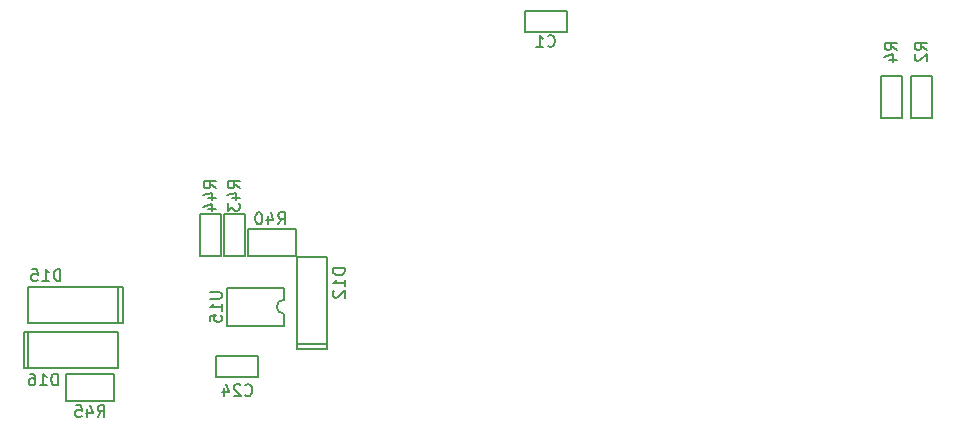
<source format=gbo>
G04 #@! TF.FileFunction,Legend,Bot*
%FSLAX46Y46*%
G04 Gerber Fmt 4.6, Leading zero omitted, Abs format (unit mm)*
G04 Created by KiCad (PCBNEW 4.0.7) date 12/16/17 16:03:18*
%MOMM*%
%LPD*%
G01*
G04 APERTURE LIST*
%ADD10C,0.100000*%
%ADD11C,0.203200*%
%ADD12C,0.150000*%
G04 APERTURE END LIST*
D10*
D11*
X88578000Y-129911000D02*
X85022000Y-129911000D01*
X85022000Y-129911000D02*
X85022000Y-131689000D01*
X85022000Y-131689000D02*
X88578000Y-131689000D01*
X88578000Y-131689000D02*
X88578000Y-129911000D01*
X62484000Y-159131000D02*
X58928000Y-159131000D01*
X58928000Y-159131000D02*
X58928000Y-160909000D01*
X58928000Y-160909000D02*
X62484000Y-160909000D01*
X62484000Y-160909000D02*
X62484000Y-159131000D01*
X65786000Y-158115000D02*
X65786000Y-158496000D01*
X65786000Y-158496000D02*
X68326000Y-158496000D01*
X68326000Y-158496000D02*
X68326000Y-158115000D01*
X65786000Y-150749000D02*
X65786000Y-158115000D01*
X65786000Y-158115000D02*
X68326000Y-158115000D01*
X68326000Y-158115000D02*
X68326000Y-150749000D01*
X68326000Y-150749000D02*
X65786000Y-150749000D01*
X43020000Y-156324000D02*
X51021000Y-156324000D01*
X51021000Y-156324000D02*
X51021000Y-153276000D01*
X51021000Y-153276000D02*
X43020000Y-153276000D01*
X50640000Y-156324000D02*
X50640000Y-153276000D01*
X43020000Y-156324000D02*
X43020000Y-153276000D01*
X50640000Y-157086000D02*
X42639000Y-157086000D01*
X42639000Y-157086000D02*
X42639000Y-160134000D01*
X42639000Y-160134000D02*
X50640000Y-160134000D01*
X43020000Y-157086000D02*
X43020000Y-160134000D01*
X50640000Y-157086000D02*
X50640000Y-160134000D01*
X117729000Y-135382000D02*
X117729000Y-138938000D01*
X117729000Y-138938000D02*
X119507000Y-138938000D01*
X119507000Y-138938000D02*
X119507000Y-135382000D01*
X119507000Y-135382000D02*
X117729000Y-135382000D01*
X115189000Y-135382000D02*
X115189000Y-138938000D01*
X115189000Y-138938000D02*
X116967000Y-138938000D01*
X116967000Y-138938000D02*
X116967000Y-135382000D01*
X116967000Y-135382000D02*
X115189000Y-135382000D01*
X59563000Y-147066000D02*
X59563000Y-150622000D01*
X59563000Y-150622000D02*
X61341000Y-150622000D01*
X61341000Y-150622000D02*
X61341000Y-147066000D01*
X61341000Y-147066000D02*
X59563000Y-147066000D01*
X57531000Y-147066000D02*
X57531000Y-150622000D01*
X57531000Y-150622000D02*
X59309000Y-150622000D01*
X59309000Y-150622000D02*
X59309000Y-147066000D01*
X59309000Y-147066000D02*
X57531000Y-147066000D01*
X46195000Y-162928000D02*
X50259000Y-162928000D01*
X50259000Y-162928000D02*
X50259000Y-160642000D01*
X50259000Y-160642000D02*
X46195000Y-160642000D01*
X46195000Y-160642000D02*
X46195000Y-162928000D01*
D12*
X64630000Y-155540000D02*
G75*
G02X64030000Y-154940000I0J600000D01*
G01*
X64030000Y-154940000D02*
G75*
G02X64630000Y-154340000I600000J0D01*
G01*
X59830000Y-156540000D02*
X59830000Y-153340000D01*
X59830000Y-153340000D02*
X64630000Y-153340000D01*
X64630000Y-153340000D02*
X64630000Y-154340000D01*
X59830000Y-156540000D02*
X64630000Y-156540000D01*
X64630000Y-156540000D02*
X64630000Y-155540000D01*
D11*
X61595000Y-150622000D02*
X65659000Y-150622000D01*
X65659000Y-150622000D02*
X65659000Y-148336000D01*
X65659000Y-148336000D02*
X61595000Y-148336000D01*
X61595000Y-148336000D02*
X61595000Y-150622000D01*
D12*
X86966666Y-132857143D02*
X87014285Y-132904762D01*
X87157142Y-132952381D01*
X87252380Y-132952381D01*
X87395238Y-132904762D01*
X87490476Y-132809524D01*
X87538095Y-132714286D01*
X87585714Y-132523810D01*
X87585714Y-132380952D01*
X87538095Y-132190476D01*
X87490476Y-132095238D01*
X87395238Y-132000000D01*
X87252380Y-131952381D01*
X87157142Y-131952381D01*
X87014285Y-132000000D01*
X86966666Y-132047619D01*
X86014285Y-132952381D02*
X86585714Y-132952381D01*
X86300000Y-132952381D02*
X86300000Y-131952381D01*
X86395238Y-132095238D01*
X86490476Y-132190476D01*
X86585714Y-132238095D01*
X61348857Y-162409143D02*
X61396476Y-162456762D01*
X61539333Y-162504381D01*
X61634571Y-162504381D01*
X61777429Y-162456762D01*
X61872667Y-162361524D01*
X61920286Y-162266286D01*
X61967905Y-162075810D01*
X61967905Y-161932952D01*
X61920286Y-161742476D01*
X61872667Y-161647238D01*
X61777429Y-161552000D01*
X61634571Y-161504381D01*
X61539333Y-161504381D01*
X61396476Y-161552000D01*
X61348857Y-161599619D01*
X60967905Y-161599619D02*
X60920286Y-161552000D01*
X60825048Y-161504381D01*
X60586952Y-161504381D01*
X60491714Y-161552000D01*
X60444095Y-161599619D01*
X60396476Y-161694857D01*
X60396476Y-161790095D01*
X60444095Y-161932952D01*
X61015524Y-162504381D01*
X60396476Y-162504381D01*
X59539333Y-161837714D02*
X59539333Y-162504381D01*
X59777429Y-161456762D02*
X60015524Y-162171048D01*
X59396476Y-162171048D01*
X69794381Y-151693714D02*
X68794381Y-151693714D01*
X68794381Y-151931809D01*
X68842000Y-152074667D01*
X68937238Y-152169905D01*
X69032476Y-152217524D01*
X69222952Y-152265143D01*
X69365810Y-152265143D01*
X69556286Y-152217524D01*
X69651524Y-152169905D01*
X69746762Y-152074667D01*
X69794381Y-151931809D01*
X69794381Y-151693714D01*
X69794381Y-153217524D02*
X69794381Y-152646095D01*
X69794381Y-152931809D02*
X68794381Y-152931809D01*
X68937238Y-152836571D01*
X69032476Y-152741333D01*
X69080095Y-152646095D01*
X68889619Y-153598476D02*
X68842000Y-153646095D01*
X68794381Y-153741333D01*
X68794381Y-153979429D01*
X68842000Y-154074667D01*
X68889619Y-154122286D01*
X68984857Y-154169905D01*
X69080095Y-154169905D01*
X69222952Y-154122286D01*
X69794381Y-153550857D01*
X69794381Y-154169905D01*
X45714286Y-152752381D02*
X45714286Y-151752381D01*
X45476191Y-151752381D01*
X45333333Y-151800000D01*
X45238095Y-151895238D01*
X45190476Y-151990476D01*
X45142857Y-152180952D01*
X45142857Y-152323810D01*
X45190476Y-152514286D01*
X45238095Y-152609524D01*
X45333333Y-152704762D01*
X45476191Y-152752381D01*
X45714286Y-152752381D01*
X44190476Y-152752381D02*
X44761905Y-152752381D01*
X44476191Y-152752381D02*
X44476191Y-151752381D01*
X44571429Y-151895238D01*
X44666667Y-151990476D01*
X44761905Y-152038095D01*
X43285714Y-151752381D02*
X43761905Y-151752381D01*
X43809524Y-152228571D01*
X43761905Y-152180952D01*
X43666667Y-152133333D01*
X43428571Y-152133333D01*
X43333333Y-152180952D01*
X43285714Y-152228571D01*
X43238095Y-152323810D01*
X43238095Y-152561905D01*
X43285714Y-152657143D01*
X43333333Y-152704762D01*
X43428571Y-152752381D01*
X43666667Y-152752381D01*
X43761905Y-152704762D01*
X43809524Y-152657143D01*
X45504286Y-161602381D02*
X45504286Y-160602381D01*
X45266191Y-160602381D01*
X45123333Y-160650000D01*
X45028095Y-160745238D01*
X44980476Y-160840476D01*
X44932857Y-161030952D01*
X44932857Y-161173810D01*
X44980476Y-161364286D01*
X45028095Y-161459524D01*
X45123333Y-161554762D01*
X45266191Y-161602381D01*
X45504286Y-161602381D01*
X43980476Y-161602381D02*
X44551905Y-161602381D01*
X44266191Y-161602381D02*
X44266191Y-160602381D01*
X44361429Y-160745238D01*
X44456667Y-160840476D01*
X44551905Y-160888095D01*
X43123333Y-160602381D02*
X43313810Y-160602381D01*
X43409048Y-160650000D01*
X43456667Y-160697619D01*
X43551905Y-160840476D01*
X43599524Y-161030952D01*
X43599524Y-161411905D01*
X43551905Y-161507143D01*
X43504286Y-161554762D01*
X43409048Y-161602381D01*
X43218571Y-161602381D01*
X43123333Y-161554762D01*
X43075714Y-161507143D01*
X43028095Y-161411905D01*
X43028095Y-161173810D01*
X43075714Y-161078571D01*
X43123333Y-161030952D01*
X43218571Y-160983333D01*
X43409048Y-160983333D01*
X43504286Y-161030952D01*
X43551905Y-161078571D01*
X43599524Y-161173810D01*
X119070381Y-133183334D02*
X118594190Y-132850000D01*
X119070381Y-132611905D02*
X118070381Y-132611905D01*
X118070381Y-132992858D01*
X118118000Y-133088096D01*
X118165619Y-133135715D01*
X118260857Y-133183334D01*
X118403714Y-133183334D01*
X118498952Y-133135715D01*
X118546571Y-133088096D01*
X118594190Y-132992858D01*
X118594190Y-132611905D01*
X118165619Y-133564286D02*
X118118000Y-133611905D01*
X118070381Y-133707143D01*
X118070381Y-133945239D01*
X118118000Y-134040477D01*
X118165619Y-134088096D01*
X118260857Y-134135715D01*
X118356095Y-134135715D01*
X118498952Y-134088096D01*
X119070381Y-133516667D01*
X119070381Y-134135715D01*
X116530381Y-133183334D02*
X116054190Y-132850000D01*
X116530381Y-132611905D02*
X115530381Y-132611905D01*
X115530381Y-132992858D01*
X115578000Y-133088096D01*
X115625619Y-133135715D01*
X115720857Y-133183334D01*
X115863714Y-133183334D01*
X115958952Y-133135715D01*
X116006571Y-133088096D01*
X116054190Y-132992858D01*
X116054190Y-132611905D01*
X115863714Y-134040477D02*
X116530381Y-134040477D01*
X115482762Y-133802381D02*
X116197048Y-133564286D01*
X116197048Y-134183334D01*
X60904381Y-144899143D02*
X60428190Y-144565809D01*
X60904381Y-144327714D02*
X59904381Y-144327714D01*
X59904381Y-144708667D01*
X59952000Y-144803905D01*
X59999619Y-144851524D01*
X60094857Y-144899143D01*
X60237714Y-144899143D01*
X60332952Y-144851524D01*
X60380571Y-144803905D01*
X60428190Y-144708667D01*
X60428190Y-144327714D01*
X60237714Y-145756286D02*
X60904381Y-145756286D01*
X59856762Y-145518190D02*
X60571048Y-145280095D01*
X60571048Y-145899143D01*
X59904381Y-146184857D02*
X59904381Y-146803905D01*
X60285333Y-146470571D01*
X60285333Y-146613429D01*
X60332952Y-146708667D01*
X60380571Y-146756286D01*
X60475810Y-146803905D01*
X60713905Y-146803905D01*
X60809143Y-146756286D01*
X60856762Y-146708667D01*
X60904381Y-146613429D01*
X60904381Y-146327714D01*
X60856762Y-146232476D01*
X60809143Y-146184857D01*
X58872381Y-144899143D02*
X58396190Y-144565809D01*
X58872381Y-144327714D02*
X57872381Y-144327714D01*
X57872381Y-144708667D01*
X57920000Y-144803905D01*
X57967619Y-144851524D01*
X58062857Y-144899143D01*
X58205714Y-144899143D01*
X58300952Y-144851524D01*
X58348571Y-144803905D01*
X58396190Y-144708667D01*
X58396190Y-144327714D01*
X58205714Y-145756286D02*
X58872381Y-145756286D01*
X57824762Y-145518190D02*
X58539048Y-145280095D01*
X58539048Y-145899143D01*
X58205714Y-146708667D02*
X58872381Y-146708667D01*
X57824762Y-146470571D02*
X58539048Y-146232476D01*
X58539048Y-146851524D01*
X48869857Y-164269381D02*
X49203191Y-163793190D01*
X49441286Y-164269381D02*
X49441286Y-163269381D01*
X49060333Y-163269381D01*
X48965095Y-163317000D01*
X48917476Y-163364619D01*
X48869857Y-163459857D01*
X48869857Y-163602714D01*
X48917476Y-163697952D01*
X48965095Y-163745571D01*
X49060333Y-163793190D01*
X49441286Y-163793190D01*
X48012714Y-163602714D02*
X48012714Y-164269381D01*
X48250810Y-163221762D02*
X48488905Y-163936048D01*
X47869857Y-163936048D01*
X47012714Y-163269381D02*
X47488905Y-163269381D01*
X47536524Y-163745571D01*
X47488905Y-163697952D01*
X47393667Y-163650333D01*
X47155571Y-163650333D01*
X47060333Y-163697952D01*
X47012714Y-163745571D01*
X46965095Y-163840810D01*
X46965095Y-164078905D01*
X47012714Y-164174143D01*
X47060333Y-164221762D01*
X47155571Y-164269381D01*
X47393667Y-164269381D01*
X47488905Y-164221762D01*
X47536524Y-164174143D01*
X58380381Y-153701905D02*
X59189905Y-153701905D01*
X59285143Y-153749524D01*
X59332762Y-153797143D01*
X59380381Y-153892381D01*
X59380381Y-154082858D01*
X59332762Y-154178096D01*
X59285143Y-154225715D01*
X59189905Y-154273334D01*
X58380381Y-154273334D01*
X59380381Y-155273334D02*
X59380381Y-154701905D01*
X59380381Y-154987619D02*
X58380381Y-154987619D01*
X58523238Y-154892381D01*
X58618476Y-154797143D01*
X58666095Y-154701905D01*
X58380381Y-156178096D02*
X58380381Y-155701905D01*
X58856571Y-155654286D01*
X58808952Y-155701905D01*
X58761333Y-155797143D01*
X58761333Y-156035239D01*
X58808952Y-156130477D01*
X58856571Y-156178096D01*
X58951810Y-156225715D01*
X59189905Y-156225715D01*
X59285143Y-156178096D01*
X59332762Y-156130477D01*
X59380381Y-156035239D01*
X59380381Y-155797143D01*
X59332762Y-155701905D01*
X59285143Y-155654286D01*
X64142857Y-147952381D02*
X64476191Y-147476190D01*
X64714286Y-147952381D02*
X64714286Y-146952381D01*
X64333333Y-146952381D01*
X64238095Y-147000000D01*
X64190476Y-147047619D01*
X64142857Y-147142857D01*
X64142857Y-147285714D01*
X64190476Y-147380952D01*
X64238095Y-147428571D01*
X64333333Y-147476190D01*
X64714286Y-147476190D01*
X63285714Y-147285714D02*
X63285714Y-147952381D01*
X63523810Y-146904762D02*
X63761905Y-147619048D01*
X63142857Y-147619048D01*
X62571429Y-146952381D02*
X62476190Y-146952381D01*
X62380952Y-147000000D01*
X62333333Y-147047619D01*
X62285714Y-147142857D01*
X62238095Y-147333333D01*
X62238095Y-147571429D01*
X62285714Y-147761905D01*
X62333333Y-147857143D01*
X62380952Y-147904762D01*
X62476190Y-147952381D01*
X62571429Y-147952381D01*
X62666667Y-147904762D01*
X62714286Y-147857143D01*
X62761905Y-147761905D01*
X62809524Y-147571429D01*
X62809524Y-147333333D01*
X62761905Y-147142857D01*
X62714286Y-147047619D01*
X62666667Y-147000000D01*
X62571429Y-146952381D01*
M02*

</source>
